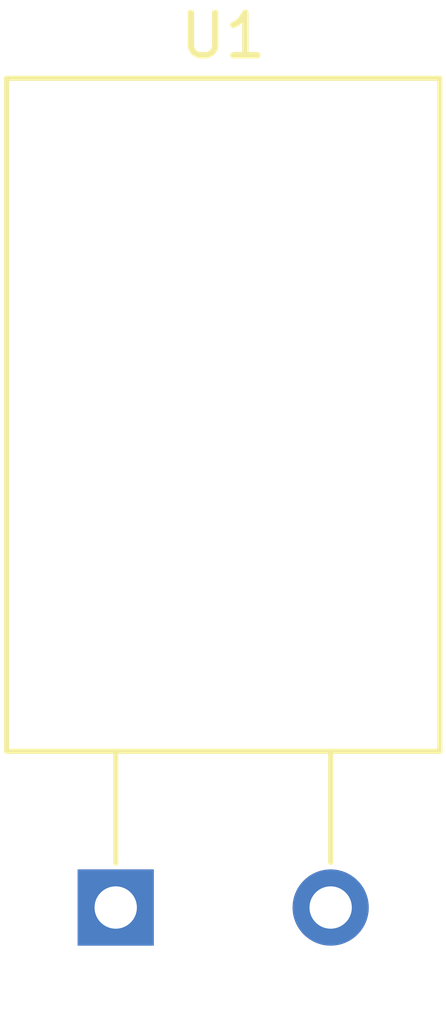
<source format=kicad_pcb>
(kicad_pcb (version 4) (host pcbnew 4.0.6)

  (general
    (links 0)
    (no_connects 0)
    (area 0 0 0 0)
    (thickness 1.6)
    (drawings 0)
    (tracks 0)
    (zones 0)
    (modules 1)
    (nets 1)
  )

  (page A4)
  (layers
    (0 F.Cu signal)
    (31 B.Cu signal)
    (32 B.Adhes user)
    (33 F.Adhes user)
    (34 B.Paste user)
    (35 F.Paste user)
    (36 B.SilkS user)
    (37 F.SilkS user)
    (38 B.Mask user)
    (39 F.Mask user)
    (40 Dwgs.User user)
    (41 Cmts.User user)
    (42 Eco1.User user)
    (43 Eco2.User user)
    (44 Edge.Cuts user)
    (45 Margin user)
    (46 B.CrtYd user)
    (47 F.CrtYd user)
    (48 B.Fab user)
    (49 F.Fab user)
  )

  (setup
    (last_trace_width 0.25)
    (trace_clearance 0.2)
    (zone_clearance 0.508)
    (zone_45_only no)
    (trace_min 0.2)
    (segment_width 0.2)
    (edge_width 0.15)
    (via_size 0.6)
    (via_drill 0.4)
    (via_min_size 0.4)
    (via_min_drill 0.3)
    (uvia_size 0.3)
    (uvia_drill 0.1)
    (uvias_allowed no)
    (uvia_min_size 0.2)
    (uvia_min_drill 0.1)
    (pcb_text_width 0.3)
    (pcb_text_size 1.5 1.5)
    (mod_edge_width 0.15)
    (mod_text_size 1 1)
    (mod_text_width 0.15)
    (pad_size 1.524 1.524)
    (pad_drill 0.762)
    (pad_to_mask_clearance 0.2)
    (aux_axis_origin 0 0)
    (visible_elements FFFFFF7F)
    (pcbplotparams
      (layerselection 0x00030_80000001)
      (usegerberextensions false)
      (excludeedgelayer true)
      (linewidth 0.100000)
      (plotframeref false)
      (viasonmask false)
      (mode 1)
      (useauxorigin false)
      (hpglpennumber 1)
      (hpglpenspeed 20)
      (hpglpendiameter 15)
      (hpglpenoverlay 2)
      (psnegative false)
      (psa4output false)
      (plotreference true)
      (plotvalue true)
      (plotinvisibletext false)
      (padsonsilk false)
      (subtractmaskfromsilk false)
      (outputformat 1)
      (mirror false)
      (drillshape 1)
      (scaleselection 1)
      (outputdirectory ""))
  )

  (net 0 "")

  (net_class Default "This is the default net class."
    (clearance 0.2)
    (trace_width 0.25)
    (via_dia 0.6)
    (via_drill 0.4)
    (uvia_dia 0.3)
    (uvia_drill 0.1)
  )

  (module TO_SOT_Packages_THT:TO-220-2_Horizontal (layer F.Cu) (tedit 58CE52AD) (tstamp 59C0A927)
    (at 148.5011 105.0036)
    (descr "TO-220-2, Horizontal, RM 5.08mm")
    (tags "TO-220-2 Horizontal RM 5.08mm")
    (path /59C0A7BD)
    (fp_text reference U1 (at 2.54 -20.58) (layer F.SilkS)
      (effects (font (size 1 1) (thickness 0.15)))
    )
    (fp_text value LM7805 (at 2.54 1.9) (layer F.Fab)
      (effects (font (size 1 1) (thickness 0.15)))
    )
    (fp_text user %R (at 2.54 -20.58) (layer F.Fab)
      (effects (font (size 1 1) (thickness 0.15)))
    )
    (fp_line (start -2.46 -13.06) (end -2.46 -19.46) (layer F.Fab) (width 0.1))
    (fp_line (start -2.46 -19.46) (end 7.54 -19.46) (layer F.Fab) (width 0.1))
    (fp_line (start 7.54 -19.46) (end 7.54 -13.06) (layer F.Fab) (width 0.1))
    (fp_line (start 7.54 -13.06) (end -2.46 -13.06) (layer F.Fab) (width 0.1))
    (fp_line (start -2.46 -3.81) (end -2.46 -13.06) (layer F.Fab) (width 0.1))
    (fp_line (start -2.46 -13.06) (end 7.54 -13.06) (layer F.Fab) (width 0.1))
    (fp_line (start 7.54 -13.06) (end 7.54 -3.81) (layer F.Fab) (width 0.1))
    (fp_line (start 7.54 -3.81) (end -2.46 -3.81) (layer F.Fab) (width 0.1))
    (fp_line (start 0 -3.81) (end 0 0) (layer F.Fab) (width 0.1))
    (fp_line (start 5.08 -3.81) (end 5.08 0) (layer F.Fab) (width 0.1))
    (fp_line (start -2.58 -3.69) (end 7.66 -3.69) (layer F.SilkS) (width 0.12))
    (fp_line (start -2.58 -19.58) (end 7.66 -19.58) (layer F.SilkS) (width 0.12))
    (fp_line (start -2.58 -19.58) (end -2.58 -3.69) (layer F.SilkS) (width 0.12))
    (fp_line (start 7.66 -19.58) (end 7.66 -3.69) (layer F.SilkS) (width 0.12))
    (fp_line (start 0 -3.69) (end 0 -1.05) (layer F.SilkS) (width 0.12))
    (fp_line (start 5.08 -3.69) (end 5.08 -1.066) (layer F.SilkS) (width 0.12))
    (fp_line (start -2.71 -19.71) (end -2.71 1.15) (layer F.CrtYd) (width 0.05))
    (fp_line (start -2.71 1.15) (end 7.79 1.15) (layer F.CrtYd) (width 0.05))
    (fp_line (start 7.79 1.15) (end 7.79 -19.71) (layer F.CrtYd) (width 0.05))
    (fp_line (start 7.79 -19.71) (end -2.71 -19.71) (layer F.CrtYd) (width 0.05))
    (fp_circle (center 2.54 -16.66) (end 4.39 -16.66) (layer F.Fab) (width 0.1))
    (pad 0 np_thru_hole oval (at 2.54 -16.66) (size 3.5 3.5) (drill 3.5) (layers *.Cu *.Mask))
    (pad 1 thru_hole rect (at 0 0) (size 1.8 1.8) (drill 1) (layers *.Cu *.Mask))
    (pad 2 thru_hole oval (at 5.08 0) (size 1.8 1.8) (drill 1) (layers *.Cu *.Mask))
    (model ${KISYS3DMOD}/TO_SOT_Packages_THT.3dshapes/TO-220-2_Horizontal.wrl
      (at (xyz 0.1 0 0))
      (scale (xyz 0.393701 0.393701 0.393701))
      (rotate (xyz 0 0 0))
    )
  )

)

</source>
